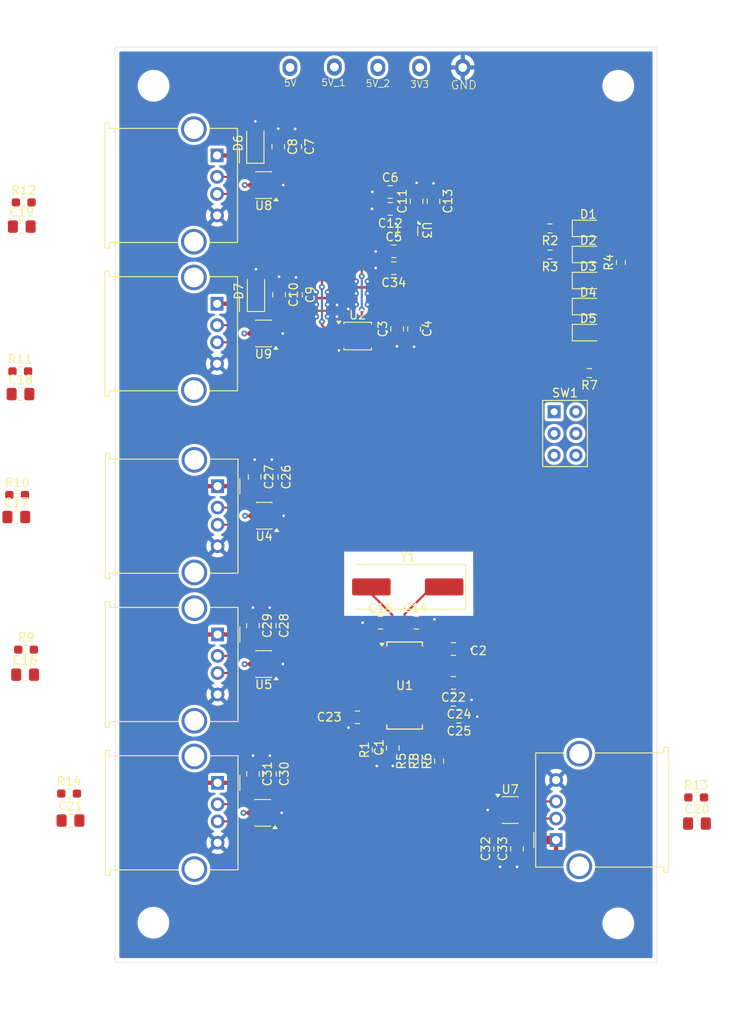
<source format=kicad_pcb>
(kicad_pcb (version 20241229) (generator "pcbnew") (generator_version "9.0")
  (layers (0 "F.Cu" signal) (2 "B.Cu" power) (13 "F.Paste" user) (15 "B.Paste" user) (5 "F.SilkS" user "F.Silkscreen") (7 "B.SilkS" user "B.Silkscreen") (1 "F.Mask" user) (3 "B.Mask" user) (25 "Edge.Cuts" user))
  (net 0 "")
  (net 4 "GND")
  (net 5 "Net-(U1-XOUT)")
  (net 6 "Net-(U1-XIN)")
  (net 7 "/3.3V")
  (net 8 "/LED_DRV")
  (net 9 "Net-(D1-K)")
  (net 10 "Net-(D2-K)")
  (net 11 "Net-(D5-A)")
  (net 12 "/1V8")
  (net 13 "Net-(J4-Shield)")
  (net 14 "/5V")
  (net 15 "Net-(U1-REXT)")
  (net 16 "/LED1")
  (net 17 "/LED2")
  (net 18 "/D1-")
  (net 19 "/D1+")
  (net 20 "/5V_1")
  (net 21 "/D2+")
  (net 22 "/D2-")
  (net 24 "/5V_2")
  (net 25 "Net-(R6-Pad2)")
  (net 26 "Net-(R7-Pad2)")
  (net 27 "/S_TS3USB")
  (net 28 "/VBUS")
  (net 29 "Net-(U1-~{XRSTJ})")
  (net 30 "Net-(U1-BUSJ)")
  (net 31 "Net-(J3-Shield)")
  (net 32 "Net-(J2-Shield)")
  (net 33 "Net-(J1-Shield)")
  (net 34 "Net-(J5-Shield)")
  (net 35 "Net-(J6-Shield)")
  (net 36 "/DIN4+")
  (net 37 "/DIN4-")
  (net 38 "/DIN3-")
  (net 39 "/DIN3+")
  (net 40 "/DIN2+")
  (net 41 "/DIN2-")
  (net 42 "/DIN1+")
  (net 43 "/DIN1-")
  (net 44 "/DINPC1-")
  (net 45 "/DINPC1+")
  (net 46 "/DINPC2-")
  (net 47 "/DINPC2+")
  (net 48 "/DSW-")
  (net 49 "/DSW+")
  (net 50 "/DPC2-")
  (net 51 "/DPC1-")
  (net 52 "/DPC2+")
  (net 53 "/DPC1+")
  (net 54 "/D4+")
  (net 55 "/D4-")
  (net 56 "/D3-")
  (net 57 "/D3+")
  (footprint "Capacitor_SMD:C_0805_2012Metric_Pad1.18x1.45mm_HandSolder" (layer "F.Cu") (at 76.05 68.875 90)
    (property "Reference" "C4")
    (property "Value" "1u")
  )
  (footprint "Capacitor_SMD:C_0805_2012Metric_Pad1.18x1.45mm_HandSolder" (layer "F.Cu") (at 73.6875 59.81)
    (property "Reference" "C5")
    (property "Value" "1u")
  )
  (footprint "Resistor_SMD:R_0603_1608Metric_Pad0.98x0.95mm_HandSolder" (layer "F.Cu") (at 30.7625 106.3)
    (property "Reference" "R9")
    (property "Value" "1M")
  )
  (footprint "Capacitor_SMD:C_0805_2012Metric_Pad1.18x1.45mm_HandSolder" (layer "F.Cu") (at 80.6448 110.1807 180)
    (property "Reference" "C22")
    (property "Value" "100n")
  )
  (footprint "Capacitor_SMD:C_0805_2012Metric_Pad1.18x1.45mm_HandSolder" (layer "F.Cu") (at 60.3 64.875 -90)
    (property "Reference" "C10")
    (property "Value" "100n")
  )
  (footprint "Capacitor_SMD:C_0805_2012Metric_Pad1.18x1.45mm_HandSolder" (layer "F.Cu") (at 76.35 53.96 90)
    (property "Reference" "C11")
    (property "Value" "100n")
  )
  (footprint "Package_TO_SOT_SMD:SOT-583-8" (layer "F.Cu") (at 75.325 57.335 -90)
    (property "Reference" "U3")
    (property "Value" "TPS2116DRL")
  )
  (footprint "MountingHole:MountingHole_3.2mm_M3" (layer "F.Cu") (at 45.6226 138.1718)
    (property "Reference" "REF**" (hide yes))
    (property "Value" "MountingHole_3.2mm_M3")
  )
  (footprint "Capacitor_SMD:C_0805_2012Metric_Pad1.18x1.45mm_HandSolder" (layer "F.Cu") (at 69.45 114.2)
    (property "Reference" "C23")
    (property "Value" "10u")
  )
  (footprint "Package_TO_SOT_SMD:SOT-23-6" (layer "F.Cu") (at 58.5 52.0875 180)
    (property "Reference" "U8")
    (property "Value" "USBLC6-2SC6")
  )
  (footprint "Capacitor_SMD:C_0805_2012Metric_Pad1.18x1.45mm_HandSolder" (layer "F.Cu") (at 81.3 114.125 180)
    (property "Reference" "C25")
    (property "Value" "10u")
  )
  (footprint "Capacitor_SMD:C_0805_2012Metric_Pad1.18x1.45mm_HandSolder" (layer "F.Cu") (at 30.2625 56.925)
    (property "Reference" "C19")
    (property "Value" "2n2")
  )
  (footprint "Diode_SMD:D_SMF" (layer "F.Cu") (at 57.525 47.175 90)
    (property "Reference" "D6")
    (property "Value" "SMF54A")
  )
  (footprint "Package_SO:VSSOP-10_3x3mm_P0.5mm" (layer "F.Cu") (at 69.475 69.7)
    (property "Reference" "U2")
    (property "Value" "TS3USB30EDGSR")
  )
  (footprint "Capacitor_SMD:C_0805_2012Metric_Pad1.18x1.45mm_HandSolder" (layer "F.Cu") (at 80.6448 106.2307 180)
    (property "Reference" "C2")
    (property "Value" "100n")
  )
  (footprint "Package_SO:SSOP-28_3.9x9.9mm_P0.635mm" (layer "F.Cu") (at 74.95 110.4875)
    (property "Reference" "U1")
    (property "Value" "FE1.1s")
  )
  (footprint "Resistor_SMD:R_0603_1608Metric_Pad0.98x0.95mm_HandSolder" (layer "F.Cu") (at 30.4875 54.1)
    (property "Reference" "R12")
    (property "Value" "1M")
  )
  (footprint "Capacitor_SMD:C_0805_2012Metric_Pad1.18x1.45mm_HandSolder" (layer "F.Cu") (at 76.3198 103.1557 180)
    (property "Reference" "C14")
    (property "Value" "22p")
  )
  (footprint "Capacitor_SMD:C_0805_2012Metric_Pad1.18x1.45mm_HandSolder" (layer "F.Cu") (at 72.1448 103.1557)
    (property "Reference" "C15")
    (property "Value" "22p")
  )
  (footprint "Capacitor_SMD:C_0805_2012Metric_Pad1.18x1.45mm_HandSolder" (layer "F.Cu") (at 62.275 64.875 -90)
    (property "Reference" "C9")
    (property "Value" "4u7")
  )
  (footprint "SOS:PIN_1_HEADER" (layer "F.Cu") (at 81.7372 38.354)
    (property "Reference" "REF**" (hide yes))
    (property "Value" "PIN_1_HEADER" (hide yes))
  )
  (footprint "Connector_USB:USB_A_Molex_67643_Horizontal" (layer "F.Cu") (at 53.1204 121.8428 -90)
    (property "Reference" "J3" (hide yes))
    (property "Value" "USB_A")
  )
  (footprint "Resistor_SMD:R_0603_1608Metric_Pad0.98x0.95mm_HandSolder" (layer "F.Cu") (at 35.7875 123.1)
    (property "Reference" "R14")
    (property "Value" "1M")
  )
  (footprint "Resistor_SMD:R_0603_1608Metric_Pad0.98x0.95mm_HandSolder" (layer "F.Cu") (at 76 119.3125 90)
    (property "Reference" "R5")
    (property "Value" "10k")
  )
  (footprint "Resistor_SMD:R_0603_1608Metric_Pad0.98x0.95mm_HandSolder" (layer "F.Cu") (at 78.975 119.3125 90)
    (property "Reference" "R6")
    (property "Value" "10k")
  )
  (footprint "Capacitor_SMD:C_0805_2012Metric_Pad1.18x1.45mm_HandSolder" (layer "F.Cu") (at 73.6875 61.785 180)
    (property "Reference" "C34")
    (property "Value" "100n")
  )
  (footprint "LED_SMD:LED_0805_2012Metric_Pad1.15x1.40mm_HandSolder" (layer "F.Cu") (at 96.384 60.1806)
    (property "Reference" "D2")
    (property "Value" "LED_P2")
  )
  (footprint "Capacitor_SMD:C_0805_2012Metric_Pad1.18x1.45mm_HandSolder" (layer "F.Cu") (at 73.275 54.86 180)
    (property "Reference" "C12")
    (property "Value" "100n")
  )
  (footprint "Capacitor_SMD:C_0805_2012Metric_Pad1.18x1.45mm_HandSolder" (layer "F.Cu") (at 73.275 52.885)
    (property "Reference" "C6")
    (property "Value" "1u")
  )
  (footprint "Connector_USB:USB_A_Molex_67643_Horizontal" (layer "F.Cu") (at 53.1204 104.5328 -90)
    (property "Reference" "J2" (hide yes))
    (property "Value" "USB_A")
  )
  (footprint "Package_TO_SOT_SMD:SOT-23-6" (layer "F.Cu") (at 58.375 125.35 180)
    (property "Reference" "U6" (hide yes))
    (property "Value" "USBLC6-2SC6")
  )
  (footprint "LED_SMD:LED_0805_2012Metric_Pad1.15x1.40mm_HandSolder" (layer "F.Cu") (at 96.384 63.2206)
    (property "Reference" "D3")
    (property "Value" "LED_P3")
  )
  (footprint "Resistor_SMD:R_0603_1608Metric_Pad0.98x0.95mm_HandSolder" (layer "F.Cu") (at 71.7 118 90)
    (property "Reference" "R1")
    (property "Value" "2.7k")
  )
  (footprint "Capacitor_SMD:C_0805_2012Metric_Pad1.18x1.45mm_HandSolder" (layer "F.Cu") (at 80.6448 112.1557 180)
    (property "Reference" "C24")
    (property "Value" "100n")
  )
  (footprint "SOS:PIN_1_HEADER" (layer "F.Cu") (at 66.7512 38.3032)
    (property "Reference" "REF**" (hide yes))
    (property "Value" "PIN_1_HEADER" (hide yes))
  )
  (footprint "Capacitor_SMD:C_0805_2012Metric_Pad1.18x1.45mm_HandSolder" (layer "F.Cu") (at 59.2 103.5 -90)
    (property "Reference" "C28")
    (property "Value" "4u7")
  )
  (footprint "Package_TO_SOT_SMD:SOT-23-6" (layer "F.Cu") (at 87.275 125.025)
    (property "Reference" "U7")
    (property "Value" "USBLC6-2SC6")
  )
  (footprint "Connector_USB:USB_A_Molex_67643_Horizontal" (layer "F.Cu") (at 53.1204 87.2228 -90)
    (property "Reference" "J1" (hide yes))
    (property "Value" "USB_A")
  )
  (footprint "LED_SMD:LED_0805_2012Metric_Pad1.15x1.40mm_HandSolder" (layer "F.Cu") (at 96.384 69.3006)
    (property "Reference" "D5")
    (property "Value" "LED_HUB")
  )
  (footprint "Package_TO_SOT_SMD:SOT-23-6" (layer "F.Cu") (at 58.475 69.4 180)
    (property "Reference" "U9")
    (property "Value" "USBLC6-2SC6")
  )
  (footprint "MountingHole:MountingHole_3.2mm_M3" (layer "F.Cu") (at 45.648 40.4918)
    (property "Reference" "REF**" (hide yes))
    (property "Value" "MountingHole_3.2mm_M3")
  )
  (footprint "Connector_USB:USB_A_Molex_67643_Horizontal" (layer "F.Cu") (at 92.6332 128.5188 90)
    (property "Reference" "J4" (hide yes))
    (property "Value" "USB_A")
  )
  (footprint "Connector_USB:USB_A_Molex_67643_Horizontal" (layer "F.Cu") (at 53.0612 48.6208 -90)
    (property "Reference" "J5" (hide yes))
    (property "Value" "USB_A")
  )
  (footprint "Capacitor_SMD:C_0805_2012Metric_Pad1.18x1.45mm_HandSolder" (layer "F.Cu") (at 78.325 53.96 -90)
    (property "Reference" "C13")
    (property "Value" "10u")
  )
  (footprint "Capacitor_SMD:C_0805_2012Metric_Pad1.18x1.45mm_HandSolder" (layer "F.Cu") (at 88.075 129.55 90)
    (property "Reference" "C33")
    (property "Value" "100n")
  )
  (footprint "Button_Switch_THT:SW_NKK_G1xJP" (layer "F.Cu") (at 92.4052 78.5368)
    (property "Reference" "SW1")
    (property "Value" "SW_Push_DPDT")
  )
  (footprint "Resistor_SMD:R_0603_1608Metric_Pad0.98x0.95mm_HandSolder" (layer "F.Cu") (at 77.5 119.3125 90)
    (property "Reference" "R8")
    (property "Value" "10k")
  )
  (footprint "Capacitor_SMD:C_0805_2012Metric_Pad1.18x1.45mm_HandSolder" (layer "F.Cu") (at 29.625 90.825)
    (property "Reference" "C17")
    (property "Value" "2n2")
  )
  (footprint "Capacitor_SMD:C_0805_2012Metric_Pad1.18x1.45mm_HandSolder" (layer "F.Cu") (at 30.65 109.225)
    (property "Reference" "C16")
    (property "Value" "2n2")
  )
  (footprint "Capacitor_SMD:C_0805_2012Metric_Pad1.18x1.45mm_HandSolder" (layer "F.Cu") (at 57.25 120.8 -90)
    (property "Reference" "C31")
    (property "Value" "100n")
  )
  (footprint "Resistor_SMD:R_0603_1608Metric_Pad0.98x0.95mm_HandSolder" (layer "F.Cu") (at 96.5219 74.0156 180)
    (property "Reference" "R7")
    (property "Value" "10k")
  )
  (footprint "Capacitor_SMD:C_0805_2012Metric_Pad1.18x1.45mm_HandSolder" (layer "F.Cu") (at 57.24 103.5 -90)
    (property "Reference" "C29")
    (property "Value" "100n")
  )
  (footprint "Capacitor_SMD:C_0805_2012Metric_Pad1.18x1.45mm_HandSolder" (layer "F.Cu") (at 86.1 129.55 90)
    (property "Reference" "C32")
    (property "Value" "4u7")
  )
  (footprint "Connector_USB:USB_A_Molex_67643_Horizontal" (layer "F.Cu") (at 53.0612 65.9308 -90)
    (property "Reference" "J6" (hide yes))
    (property "Value" "USB_A")
  )
  (footprint "Capacitor_SMD:C_0805_2012Metric_Pad1.18x1.45mm_HandSolder" (layer "F.Cu") (at 60.2 47.6 -90)
    (property "Reference" "C8")
    (property "Value" "100n")
  )
  (footprint "Package_TO_SOT_SMD:SOT-23-6" (layer "F.Cu") (at 58.5 107.9875 180)
    (property "Reference" "U5")
    (property "Value" "USBLC6-2SC6")
  )
  (footprint "Crystal:Crystal_SMD_HC49-SD" (layer "F.Cu") (at 75.3198 98.9807 180)
    (property "Reference" "Y1")
    (property "Value" "12MHz")
  )
  (footprint "Resistor_SMD:R_0603_1608Metric_Pad0.98x0.95mm_HandSolder" (layer "F.Cu") (at 100.203 61.1011 90)
    (property "Reference" "R4")
    (property "Value" "470-680")
  )
  (footprint "Resistor_SMD:R_0603_1608Metric_Pad0.98x0.95mm_HandSolder" (layer "F.Cu") (at 30.0875 73.825)
    (property "Reference" "R11")
    (property "Value" "1M")
  )
  (footprint "Diode_SMD:D_SMF" (layer "F.Cu") (at 57.6 64.475 90)
    (property "Reference" "D7")
    (property "Value" "SMF54A")
  )
  (footprint "SOS:PIN_1_HEADER" (layer "F.Cu") (at 76.708 38.354)
    (property "Reference" "REF**" (hide yes))
    (property "Value" "PIN_1_HEADER" (hide yes))
  )
  (footprint "Capacitor_SMD:C_0805_2012Metric_Pad1.18x1.45mm_HandSolder" (layer "F.Cu") (at 59.45 86.15 -90)
    (property "Reference" "C26")
    (property "Value" "4u7")
  )
  (footprint "MountingHole:MountingHole_3.2mm_M3" (layer "F.Cu") (at 99.894 138.248)
    (property "Reference" "REF**" (hide yes))
    (property "Value" "MountingHole_3.2mm_M3")
  )
  (footprint "Package_TO_SOT_SMD:SOT-23-6" (layer "F.Cu") (at 58.5625 90.675 180)
    (property "Reference" "U4")
    (property "Value" "USBLC6-2SC6")
  )
  (footprint "Capacitor_SMD:C_0805_2012Metric_Pad1.18x1.45mm_HandSolder" (layer "F.Cu") (at 73.575 117.775 90)
    (property "Reference" "C1")
    (property "Value" "10u")
  )
  (footprint "Capacitor_SMD:C_0805_2012Metric_Pad1.18x1.45mm_HandSolder" (layer "F.Cu") (at 59.225 120.8 -90)
    (property "Reference" "C30")
    (property "Value" "4u7")
  )
  (footprint "LED_SMD:LED_0805_2012Metric_Pad1.15x1.40mm_HandSolder" (layer "F.Cu") (at 96.384 66.2606)
    (property "Reference" "D4")
    (property "Value" "LED_P4")
  )
  (footprint "Capacitor_SMD:C_0805_2012Metric_Pad1.18x1.45mm_HandSolder" (layer "F.Cu") (at 62.175 47.6 -90)
    (property "Reference" "C7")
    (property "Value" "4u7")
  )
  (footprint "Resistor_SMD:R_0603_1608Metric_Pad0.98x0.95mm_HandSolder" (layer "F.Cu") (at 29.725 88.25)
    (property "Reference" "R10")
    (property "Value" "1M")
  )
  (footprint "Capacitor_SMD:C_0805_2012Metric_Pad1.18x1.45mm_HandSolder" (layer "F.Cu") (at 30.1125 76.475)
    (property "Reference" "C18")
    (property "Value" "2n2")
  )
  (footprint "LED_SMD:LED_0805_2012Metric_Pad1.15x1.40mm_HandSolder" (layer "F.Cu") (at 96.384 57.1406)
    (property "Reference" "D1")
    (property "Value" "LED_P1")
  )
  (footprint "Resistor_SMD:R_0603_1608Metric_Pad0.98x0.95mm_HandSolder" (layer "F.Cu") (at 91.9245 57.1406 180)
    (property "Reference" "R2")
    (property "Value" "470-680")
  )
  (footprint "Resistor_SMD:R_0603_1608Metric_Pad0.98x0.95mm_HandSolder" (layer "F.Cu") (at 91.9245 60.1886 180)
    (property "Reference" "R3")
    (property "Value" "470-680")
  )
  (footprint "MountingHole:MountingHole_3.2mm_M3" (layer "F.Cu") (at 99.894 40.4918)
    (property "Reference" "REF**" (hide yes))
    (property "Value" "MountingHole_3.2mm_M3")
  )
  (footprint "Capacitor_SMD:C_0805_2012Metric_Pad1.18x1.45mm_HandSolder" (layer "F.Cu") (at 57.44 86.15 -90)
    (property "Reference" "C27")
    (property "Value" "100n")
  )
  (footprint "SOS:PIN_1_HEADER" (layer "F.Cu") (at 71.8312 38.354)
    (property "Reference" "REF**" (hide yes))
    (property "Value" "PIN_1_HEADER" (hide yes))
  )
  (footprint "Capacitor_SMD:C_0805_2012Metric_Pad1.18x1.45mm_HandSolder" (layer "F.Cu") (at 35.95 126.25)
    (property "Reference" "C21")
    (property "Value" "2n2")
  )
  (footprint "Capacitor_SMD:C_0805_2012Metric_Pad1.18x1.45mm_HandSolder" (layer "F.Cu") (at 109.075 126.6)
    (property "Reference" "C20")
    (property "Value" "2n2")
  )
  (footprint "SOS:PIN_1_HEADER" (layer "F.Cu") (at 61.5696 38.354)
    (property "Reference" "REF**" (hide yes))
    (property "Value" "PIN_1_HEADER" (hide yes))
  )
  (footprint "Capacitor_SMD:C_0805_2012Metric_Pad1.18x1.45mm_HandSolder" (layer "F.Cu") (at 74.075 68.875 90)
    (property "Reference" "C3")
    (property "Value" "100n")
  )
  (footprint "Resistor_SMD:R_0603_1608Metric_Pad0.98x0.95mm_HandSolder" (layer "F.Cu") (at 108.9875 123.55)
    (property "Reference" "R13")
    (property "Value" "1M")
  )
  (gr_rect (start 41.146 35.9848) (end 104.396 142.7988) (stroke (width 0.05)) (fill no) (layer "Edge.Cuts"))
  (segment (start 59.45 85.1125) (end 59.45 84.125) (width 0.5) (layer "F.Cu") (net 4))
  (segment (start 71.1073 103.1557) (end 70.0448 103.1557) (width 0.25) (layer "F.Cu") (net 4))
  (segment (start 62.275 63.8375) (end 62.275 62.85) (width 0.5) (layer "F.Cu") (net 4))
  (segment (start 72.875 69.2) (end 73.3625 69.2) (width 0.3) (layer "F.Cu") (net 4))
  (segment (start 77.3573 103.1557) (end 77.7573 102.7557) (width 0.25) (layer "F.Cu") (net 4))
  (segment (start 78.325 52.9225) (end 78.325 51.875) (width 0.5) (layer "F.Cu") (net 4))
  (segment (start 72.65 59.81) (end 71.59 59.81) (width 0.5) (layer "F.Cu") (net 4))
  (segment (start 88.075 130.5875) (end 88.075 131.65) (width 0.5) (layer "F.Cu") (net 4))
  (segment (start 60.3 63.8375) (end 58.4125 63.8375) (width 0.5) (layer "F.Cu") (net 4))
  (segment (start 67.275 70.7) (end 67.275 71.375) (width 0.25) (layer "F.Cu") (net 4))
  (segment (start 57.525 45.725) (end 57.525 44.65) (width 0.5) (layer "F.Cu") (net 4))
  (segment (start 74.575 58.075) (end 73.94 58.075) (width 0.25) (layer "F.Cu") (net 4))
  (segment (start 72.2375 52.885) (end 71.185 52.885) (width 0.5) (layer "F.Cu") (net 4))
  (segment (start 57.25 119.7625) (end 57.25 118.675) (width 0.5) (layer "F.Cu") (net 4))
  (segment (start 72.2375 54.86) (end 71.16 54.86) (width 0.5) (layer "F.Cu") (net 4))
  (segment (start 68.4125 115.3875) (end 68.4 115.4) (width 0.5) (layer "F.Cu") (net 4))
  (segment (start 71.675 69.2) (end 72.875 69.2) (width 0.3) (layer "F.Cu") (net 4))
  (segment (start 57.6 63.025) (end 57.6 61.9) (width 0.5) (layer "F.Cu") (net 4))
  (segment (start 76.685 56.595) (end 76.7 56.61) (width 0.25) (layer "F.Cu") (net 4))
  (segment (start 60.7375 107.9875) (end 60.75 107.975) (width 0.3) (layer "F.Cu") (net 4))
  (segment (start 72.65 61.785) (end 72.65 59.81) (width 0.5) (layer "F.Cu") (net 4))
  (segment (start 62.175 46.5625) (end 62.175 45.525) (width 0.5) (layer "F.Cu") (net 4))
  (segment (start 57.24 101.41) (end 57.25 101.4) (width 0.5) (layer "F.Cu") (net 4))
  (segment (start 81.6823 112.1557) (end 82.7698 112.1557) (width 0.5) (layer "F.Cu") (net 4))
  (segment (start 74.575 56.595) (end 73.935 56.595) (width 0.25) (layer "F.Cu") (net 4))
  (segment (start 57.44 84.135) (end 57.45 84.125) (width 0.5) (layer "F.Cu") (net 4))
  (segment (start 71.16 54.86) (end 71.15 54.85) (width 0.5) (layer "F.Cu") (net 4))
  (segment (start 86.1375 125.025) (end 84.65 125.025) (width 0.5) (layer "F.Cu") (net 4))
  (segment (start 59.5125 125.35) (end 60.607664 125.350001) (width 0.3) (layer "F.Cu") (net 4))
  (segment (start 71.61 61.785) (end 71.575 61.75) (width 0.5) (layer "F.Cu") (net 4))
  (segment (start 76.35 52.9225) (end 78.325 52.9225) (width 0.5) (layer "F.Cu") (net 4))
  (segment (start 58.3625 46.5625) (end 57.525 45.725) (width 0.5) (layer "F.Cu") (net 4))
  (segment (start 72.2375 54.86) (end 72.2375 52.885) (width 0.5) (layer "F.Cu") (net 4))
  (segment (start 77.7573 102.7557) (end 78.4448 102.7557) (width 0.25) (layer "F.Cu") (net 4))
  (segment (start 68.4125 114.2) (end 68.4125 115.3875) (width 0.5) (layer "F.Cu") (net 4))
  (segment (start 76.075 56.595) (end 76.685 56.595) (width 0.25) (layer "F.Cu") (net 4))
  (segment (start 76.05 69.9125) (end 76.05 70.95) (width 0.3) (layer "F.Cu") (net 4))
  (segment (start 59.6125 69.4) (end 60.725 69.4) (width 0.3) (layer "F.Cu") (net 4))
  (segment (start 74.075 69.9125) (end 76.05 69.9125) (width 0.5) (layer "F.Cu") (net 4))
  (segment (start 76.35 52.9225) (end 76.35 51.825) (width 0.5) (layer "F.Cu") (net 4))
  (segment (start 59.6375 52.0875) (end 60.7625 52.0875) (width 0.3) (layer "F.Cu") (net 4))
  (segment (start 59.7 90.675) (end 60.825 90.675) (width 0.3) (layer "F.Cu") (net 4))
  (segment (start 72.65 61.785) (end 71.61 61.785) (width 0.5) (layer "F.Cu") (net 4))
  (segment (start 73.3625 69.2) (end 74.075 69.9125) (width 0.3) (layer "F.Cu") (net 4))
  (segment (start 57.44 85.1125) (end 57.44 84.135) (width 0.5) (layer "F.Cu") (net 4))
  (segment (start 86.1 130.5875) (end 86.1 131.65) (width 0.5) (layer "F.Cu") (net 4))
  (segment (start 59.225 119.7625) (end 59.225 118.675) (width 0.5) (layer "F.Cu") (net 4))
  (segment (start 74.075 70.875) (end 74.05 70.9) (width 0.3) (layer "F.Cu") (net 4))
  (segment (start 71.7 118.9125) (end 71.7 119.875) (width 0.5) (layer "F.Cu") (net 4))
  (segment (start 73.935 56.595) (end 73.925 56.585) (width 0.25) (layer "F.Cu") (net 4))
  (segment (start 62.175 46.5625) (end 60.2 46.5625) (width 0.5) (layer "F.Cu") (net 4))
  (segment (start 81.6823 106.2307) (end 82.7698 106.2307) (width 0.5) (layer "F.Cu") (net 4))
  (segment (start 71.59 59.81) (end 71.575 59.825) (width 0.5) (layer "F.Cu") (net 4))
  (segment (start 58.4125 63.8375) (end 57.6 63.025) (width 0.5) (layer "F.Cu") (net 4))
  (segment (start 71.185 52.885) (end 71.175 52.875) (width 0.5) (layer "F.Cu") (net 4))
  (segment (start 59.6375 107.9875) (end 60.7375 107.9875) (width 0.3) (layer "F.Cu") (net 4))
  (segment (start 62.275 63.8375) (end 60.3 63.8375) (width 0.5) (layer "F.Cu") (net 4))
  (segment (start 82.3375 114.125) (end 83.425 114.125) (width 0.5) (layer "F.Cu") (net 4))
  (segment (start 60.2 46.5625) (end 60.2 45.5) (width 0.5) (layer "F.Cu") (net 4))
  (segment (start 73.94 58.075) (end 73.925 58.06) (width 0.25) (layer "F.Cu") (net 4))
  (segment (start 74.075 69.9125) (end 74.075 70.875) (width 0.3) (layer "F.Cu") (net 4))
  (segment (start 73.575 118.8125) (end 73.575 119.875) (width 0.5) (layer "F.Cu") (net 4))
  (segment (start 60.3 63.8375) (end 60.3 62.775) (width 0.5) (layer "F.Cu") (net 4))
  (segment (start 59.2 102.4625) (end 59.2 101.4) (width 0.5) (layer "F.Cu") (net 4))
  (segment (start 60.7625 52.0875) (end 60.775 52.075) (width 0.3) (layer "F.Cu") (net 4))
  (segment (start 57.24 102.4625) (end 57.24 101.41) (width 0.5) (layer "F.Cu") (net 4))
  (segment (start 60.2 46.5625) (end 58.3625 46.5625) (width 0.5) (layer "F.Cu") (net 4))
  (via (at 67.05 67.425) (size 0.7) (drill 0.3) (layers "F.Cu" "B.Cu") (net 4))
  (via (at 86.1 131.65) (size 0.7) (drill 0.3) (layers "F.Cu" "B.Cu") (net 4))
  (via (at 73.575 119.875) (size 0.7) (drill 0.3) (layers "F.Cu" "B.Cu") (net 4))
  (via (at 59.225 118.675) (size 0.7) (drill 0.3) (layers "F.Cu" "B.Cu") (net 4))
  (via (at 71.15 54.85) (size 0.7) (drill 0.3) (layers "F.Cu" "B.Cu") (net 4))
  (via (at 57.6 61.9) (size 0.7) (drill 0.3) (layers "F.Cu" "B.Cu") (net 4))
  (via (at 65.975 67.425) (size 0.7) (drill 0.3) (layers "F.Cu" "B.Cu") (net 4))
  (via (at 84.65 125.025) (size 0.6) (drill 0.3) (layers "F.Cu" "B.Cu") (net 4))
  (via (at 71.575 61.75) (size 0.7) (drill 0.3) (layers "F.Cu" "B.Cu") (net 4))
  (via (at 69.275 66.025) (size 0.7) (drill 0.3) (layers "F.Cu" "B.Cu") (net 4))
  (via (at 57.25 101.4) (size 0.7) (drill 0.3) (layers "F.Cu" "B.Cu") (net 4))
  (via (at 70.625 66.025) (size 0.7) (drill 0.3) (layers "F.Cu" "B.Cu") (net 4))
  (via (at 71.7 119.875) (size 0.7) (drill 0.3) (layers "F.Cu" "B.Cu") (net 4))
  (via (at 64.625 67.425) (size 0.7) (drill 0.3) (layers "F.Cu" "B.Cu") (net 4))
  (via (at 59.2 101.4) (size 0.7) (drill 0.3) (layers "F.Cu" "B.Cu") (net 4))
  (via (at 57.525 44.65) (size 0.7) (drill 0.3) (layers "F.Cu" "B.Cu") (net 4))
  (via (at 70.0448 103.1557) (size 0.7) (drill 0.3) (layers "F.Cu" "B.Cu") (net 4))
  (via (at 64.625 66.025) (size 0.7) (drill 0.3) (layers "F.Cu" "B.Cu") (net 4))
  (via (at 64.625 64.575) (size 0.7) (drill 0.3) (layers "F.Cu" "B.Cu") (net 4))
  (via (at 78.325 51.875) (size 0.7) (drill 0.3) (layers "F.Cu" "B.Cu") (net 4))
  (via (at 68.374418 66.544822) (size 0.7) (drill 0.3) (layers "F.Cu" "B.Cu") (net 4))
  (via (at 73.925 58.06) (size 0.7) (drill 0.3) (layers "F.Cu" "B.Cu") (net 4))
  (via (at 57.25 118.675) (size 0.7) (drill 0.3) (layers "F.Cu" "B.Cu") (net 4))
  (via (at 62.175 45.525) (size 0.7) (drill 0.3) (layers "F.Cu" "B.Cu") (net 4))
  (via (at 82.7698 112.1557) (size 0.7) (drill 0.3) (layers "F.Cu" "B.Cu") (net 4))
  (via (at 74.05 70.9) (size 0.7) (drill 0.3) (layers "F.Cu" "B.Cu") (net 4))
  (via (at 65.975 66.025) (size 0.7) (drill 0.3) (layers "F.Cu" "B.Cu") (net 4))
  (via (at 71.175 52.875) (size 0.7) (drill 0.3) (layers "F.Cu" "B.Cu") (net 4))
  (via (at 67.051651 66.075) (size 0.7) (drill 0.3) (layers "F.Cu" "B.Cu") (net 4))
  (via (at 68.4 115.4) (size 0.7) (drill 0.3) (layers "F.Cu" "B.Cu") (net 4))
  (via (at 71.575 59.825) (size 0.7) (drill 0.3) (layers "F.Cu" "B.Cu") (net 4))
  (via (at 65.975 64.575) (size 0.7) (drill 0.3) (layers "F.Cu" "B.Cu") (net 4))
  (via (at 88.075 131.65) (size 0.7) (drill 0.3) (layers "F.Cu" "B.Cu") (net 4))
  (via (at 67.275 71.375) (size 0.7) (drill 0.3) (layers "F.Cu" "B.Cu") (net 4))
  (via (at 76.35 51.825) (size 0.7) (drill 0.3) (layers "F.Cu" "B.Cu") (net 4))
  (via (at 70.625 63.325) (size 0.7) (drill 0.3) (layers "F.Cu" "B.Cu") (net 4))
  (via (at 69.275 63.325) (size 0.7) (drill 0.3) (layers "F.Cu" "B.Cu") (net 4))
  (via (at 83.425 114.125) (size 0.7) (drill 0.3) (layers "F.Cu" "B.Cu") (net 4))
  (via (at 59.45 84.125) (size 0.7) (drill 0.3) (layers "F.Cu" "B.Cu") (net 4))
  (via (at 78.4448 102.7557) (size 0.7) (drill 0.3) (layers "F.Cu" "B.Cu") (net 4))
  (via (at 82.7698 106.2307) (size 0.7) (drill 0.3) (layers "F.Cu" "B.Cu") (net 4))
  (via (at 76.05 70.95) (size 0.7) (drill 0.3) (layers "F.Cu" "B.Cu") (net 4))
  (via (at 60.825 90.675) (size 0.7) (drill 0.3) (layers "F.Cu" "B.Cu") (net 4))
  (via (at 60.3 62.775) (size 0.7) (drill 0.3) (layers "F.Cu" "B.Cu") (net 4))
  (via (at 73.925 56.585) (size 0.7) (drill 0.3) (layers "F.Cu" "B.Cu") (net 4))
  (via (at 62.275 62.85) (size 0.7) (drill 0.3) (layers "F.Cu" "B.Cu") (net 4))
  (via (at 57.45 84.125) (size 0.7) (drill 0.3) (layers "F.Cu" "B.Cu") (net 4))
  (via (at 60.725 69.4) (size 0.7) (drill 0.3) (layers "F.Cu" "B.Cu") (net 4))
  (via (at 60.2 45.5) (size 0.7) (drill 0.3) (layers "F.Cu" "B.Cu") (net 4))
  (via (at 60.607664 125.350001) (size 0.7) (drill 0.3) (layers "F.Cu" "B.Cu") (net 4))
  (via (at 70.625 64.725) (size 0.7) (drill 0.3) (layers "F.Cu" "B.Cu") (net 4))
  (via (at 60.775 52.075) (size 0.7) (drill 0.3) (layers "F.Cu" "B.Cu") (net 4))
  (via (at 76.7 56.61) (size 0.7) (drill 0.3) (layers "F.Cu" "B.Cu") (net 4))
  (via (at 60.75 107.975) (size 0.7) (drill 0.3) (layers "F.Cu" "B.Cu") (net 4))
  (via (at 69.275 64.725) (size 0.7) (drill 0.3) (layers "F.Cu" "B.Cu") (net 4))
  (via (at 72.875 69.2) (size 0.7) (drill 0.3) (layers "F.Cu" "B.Cu") (net 4))
  (segment (start 73.2 106.995) (end 73.5073 106.6877) (width 0.25) (layer "F.Cu") (net 5))
  (segment (start 71.0698 99.8057) (end 71.0698 98.9807) (width 0.25) (layer "F.Cu") (net 5))
  (segment (start 73.5073 102.2432) (end 71.0698 99.8057) (width 0.25) (layer "F.Cu") (net 5))
  (segment (start 73.5073 106.6877) (end 73.5073 102.2432) (width 0.25) (layer "F.Cu") (net 5))
  (segment (start 72.35 106.995) (end 73.2 106.995) (width 0.25) (layer "F.Cu") (net 5))
  (segment (start 74.9448 102.1807) (end 78.1448 98.9807) (width 0.25) (layer "F.Cu") (net 6))
  (segment (start 72.35 107.63) (end 74.5455 107.63) (width 0.25) (layer "F.Cu") (net 6))
  (segment (start 74.9448 107.2307) (end 74.9448 102.1807) (width 0.25) (layer "F.Cu") (net 6))
  (segment (start 78.1448 98.9807) (end 79.5698 98.9807) (width 0.25) (layer "F.Cu") (net 6))
  (segment (start 74.5455 107.63) (end 74.9448 107.2307) (width 0.25) (layer "F.Cu") (net 6))
  (segment (start 77.55 110.805) (end 78.983 110.805) (width 0.25) (layer "F.Cu") (net 7))
  (segment (start 78.983 110.805) (end 79.6073 110.1807) (width 0.25) (layer "F.Cu") (net 7))
  (segment (start 73.575 116.7375) (end 73.575 114.0095) (width 0.25) (layer "F.Cu") (net 7))
  (segment (start 73.575 114.0095) (end 73.5455 113.98) (width 0.25) (layer "F.Cu") (net 7))
  (segment (start 72.5375 67.8375) (end 71.675 68.7) (width 0.3) (layer "F.Cu") (net 7))
  (segment (start 74.075 67.8375) (end 72.5375 67.8375) (width 0.3) (layer "F.Cu") (net 7))
  (segment (start 77.55 110.805) (end 76.7205 110.805) (width 0.25) (layer "F.Cu") (net 7))
  (segment (start 73.5455 113.98) (end 72.35 113.98) (width 0.25) (layer "F.Cu") (net 7))
  (segment (start 76.05 67.8375) (end 74.075 67.8375) (width 0.5) (layer "F.Cu") (net 7))
  (segment (start 76.7205 110.805) (end 73.5455 113.98) (width 0.25) (layer "F.Cu") (net 7))
  (segment (start 75.7698 107.3232) (end 76.733 106.36) (width 0.25) (layer "F.Cu") (net 12))
  (segment (start 72.35 113.345) (end 73.2 113.345) (width 0.25) (layer "F.Cu") (net 12))
  (segment (start 77.55 106.36) (end 79.478 106.36) (width 0.3) (layer "F.Cu") (net 12))
  (segment (start 75.7698 110.7752) (end 75.7698 107.3232) (width 0.25) (layer "F.Cu") (net 12))
  (segment (start 76.733 106.36) (end 77.55 106.36) (width 0.25) (layer "F.Cu") (net 12))
  (segment (start 71.3425 113.345) (end 70.4875 114.2) (width 0.25) (layer "F.Cu") (net 12))
  (segment (start 72.35 113.345) (end 71.3425 113.345) (width 0.25) (layer "F.Cu") (net 12))
  (segment (start 73.2 113.345) (end 75.7698 110.7752) (width 0.25) (layer "F.Cu") (net 12))
  (segment (start 49.6172 104.5328) (end 49.4078 104.5328) (width 0.5) (layer "F.Cu") (net 14))
  (segment (start 57.24 104.5375) (end 59.2 104.5375) (width 0.5) (layer "F.Cu") (net 14))
  (segment (start 88.0813 128.5188) (end 88.075 128.5125) (width 1) (layer "F.Cu") (net 14))
  (segment (start 46.8 124.85) (end 49.8072 121.8428) (width 0.5) (layer "F.Cu") (net 14))
  (segment (start 87.475 135.2) (end 54.425 135.2) (width 0.5) (layer "F.Cu") (net 14))
  (segment (start 49.5178 121.8428) (end 46.375 118.7) (width 0.5) (layer "F.Cu") (net 14))
  (segment (start 78.325 54.9975) (end 76.35 54.9975) (width 0.5) (layer "F.Cu") (net 14))
  (segment (start 79.5916 112.14) (end 79.6073 112.1557) (width 0.3) (layer "F.Cu") (net 14))
  (segment (start 75.575 56.595) (end 75.575 56.135) (width 0.25) (layer "F.Cu") (net 14))
  (segment (start 53.1204 104.5328) (end 57.2353 104.5328) (width 0.5) (layer "F.Cu") (net 14))
  (segment (start 57.2375 125.35) (end 56.142336 125.350001) (width 0.3) (layer "F.Cu") (net 14))
  (segment (start 75.575 58.075) (end 75.575 56.595) (width 0.25) (layer "F.Cu") (net 14))
  (segment (start 57.3625 107.9875) (end 56.267336 107.987499) (width 0.3) (layer "F.Cu") (net 14))
  (segment (start 80.2625 114.125) (end 80.2625 113.4375) (width 0.5) (layer "F.Cu") (net 14))
  (segment (start 53.1204 121.8428) (end 57.2447 121.8428) (width 0.5) (layer "F.Cu") (net 14))
  (segment (start 46.375 107.775) (end 49.6172 104.5328) (width 0.5) (layer "F.Cu") (net 14))
  (segment (start 92.6332 128.5188) (end 92.6332 130.0418) (width 0.5) (layer "F.Cu") (net 14))
  (segment (start 77.55 111.44) (end 78.8916 111.44) (width 0.25) (layer "F.Cu") (net 14))
  (segment (start 49.8072 121.8428) (end 53.1204 121.8428) (width 0.5) (layer "F.Cu") (net 14))
  (segment (start 92.6332 130.0418) (end 89.05 133.625) (width 0.5) (layer "F.Cu") (net 14))
  (segment (start 76.35 55.36) (end 76.35 54.9975) (width 0.25) (layer "F.Cu") (net 14))
  (segment (start 78.8916 111.44) (end 79.6073 112.1557) (width 0.25) (layer "F.Cu") (net 14))
  (segment (start 45.95 90.55) (end 49.2772 87.2228) (width 0.5) (layer "F.Cu") (net 14))
  (segment (start 57.2353 104.5328) (end 57.24 104.5375) (width 0.5) (layer "F.Cu") (net 14))
  (segment (start 92.4352 128.3208) (end 92.6332 128.5188) (width 0.5) (layer "F.Cu") (net 14))
  (segment (start 45.95 101.075) (end 45.95 90.55) (width 0.5) (layer "F.Cu") (net 14))
  (segment (start 47.025 133.375) (end 46.8 133.15) (width 0.5) (layer "F.Cu") (net 14))
  (segment (start 75.575 56.135) (end 76.35 55.36) (width 0.25) (layer "F.Cu") (net 14))
  (segment (start 89.05 133.625) (end 87.475 135.2) (width 0.5) (layer "F.Cu") (net 14))
  (segment (start 59.4147 87.2228) (end 59.45 87.1875) (width 0.5) (layer "F.Cu") (net 14))
  (segment (start 49.2772 87.2228) (end 53.1204 87.2228) (width 0.5) (layer "F.Cu") (net 14))
  (segment (start 49.6172 104.5328) (end 53.1204 104.5328) (width 0.5) (layer "F.Cu") (net 14))
  (segment (start 57.2447 121.8428) (end 57.25 121.8375) (width 0.5) (layer "F.Cu") (net 14))
  (segment (start 49.4078 104.5328) (end 45.95 101.075) (width 0.5) (layer "F.Cu") (net 14))
  (segment (start 79.6073 112.7823) (end 79.6073 112.1557) (width 0.5) (layer "F.Cu") (net 14))
  (segment (start 46.8 133.075) (end 46.8 124.85) (width 0.5) (layer "F.Cu") (net 14))
  (segment (start 80.2625 113.4375) (end 79.6073 112.7823) (width 0.5) (layer "F.Cu") (net 14))
  (segment (start 54.425 135.2) (end 48.85 135.2) (width 0.5) (layer "F.Cu") (net 14))
  (segment (start 57.25 121.8375) (end 59.225 121.8375) (width 0.5) (layer "F.Cu") (net 14))
  (segment (start 48.85 135.2) (end 47.025 133.375) (width 0.5) (layer "F.Cu") (net 14))
  (segment (start 57.25 121.8375) (end 57.6 121.8375) (width 0.5) (layer "F.Cu") (net 14))
  (segment (start 46.8 133.15) (end 46.8 133.075) (width 0.5) (layer "F.Cu") (net 14))
  (segment (start 49.8072 121.8428) (end 49.5178 121.8428) (width 0.5) (layer "F.Cu") (net 14))
  (segment (start 92.6332 128.5188) (end 88.0813 128.5188) (width 1) (layer "F.Cu") (net 14))
  (segment (start 88.075 128.5125) (end 86.1 128.5125) (width 1) (layer "F.Cu") (net 14))
  (segment (start 46.375 118.7) (end 46.375 107.775) (width 0.5) (layer "F.Cu") (net 14))
  (segment (start 53.1204 87.2228) (end 59.4147 87.2228) (width 0.5) (layer "F.Cu") (net 14))
  (segment (start 57.425 90.675) (end 56.329836 90.675001) (width 0.3) (layer "F.Cu") (net 14))
  (via (at 56.267336 107.987499) (size 0.7) (drill 0.3) (layers "F.Cu" "B.Cu") (net 14))
  (via (at 56.329836 90.675001) (size 0.7) (drill 0.3) (layers "F.Cu" "B.Cu") (net 14))
  (via (at 56.142336 125.350001) (size 0.7) (drill 0.3) (layers "F.Cu" "B.Cu") (net 14))
  (segment (start 69.7 112.225) (end 66.75 112.225) (width 0.25) (layer "F.Cu") (net 18))
  (segment (start 66.05 117.375) (end 74.65 125.975) (width 0.25) (layer "F.Cu") (net 18))
  (segment (start 69.85 112.075) (end 69.7 112.225) (width 0.25) (layer "F.Cu") (net 18))
  (segment (start 72.35 112.075) (end 69.85 112.075) (width 0.25) (layer "F.Cu") (net 18))
  (segment (start 66.75 112.225) (end 66.05 112.925) (width 0.25) (layer "F.Cu") (net 18))
  (segment (start 74.65 125.975) (end 86.1375 125.975) (width 0.25) (layer "F.Cu") (net 18))
  (segment (start 66.05 112.925) (end 66.05 117.375) (width 0.25) (layer "F.Cu") (net 18))
  (segment (start 67.375 112.975) (end 67.075 113.275) (width 0.25) (layer "F.Cu") (net 19))
  (segment (start 78.579 122.420963) (end 78.955 122.420963) (width 0.25) (layer "F.Cu") (net 19))
  (segment (start 67.075 113.275) (end 67.075 116.8) (width 0.25) (layer "F.Cu") (net 19))
  (segment (start 77.827 123.323) (end 77.827 123.172963) (width 0.25) (layer "F.Cu") (net 19))
  (segment (start 74.35 124.075) (end 77.075 124.075) (width 0.25) (layer "F.Cu") (net 19))
  (segment (start 67.075 116.8) (end 74.35 124.075) (width 0.25) (layer "F.Cu") (net 19))
  (segment (start 82.066392 124.075) (end 82.762 124.075) (width 0.25) (layer "F.Cu") (net 19))
  (segment (start 72.35 112.71) (end 70.665 112.71) (width 0.25) (layer "F.Cu") (net 19))
  (segment (start 82.762 124.075) (end 83 124.075) (width 0.25) (layer "F.Cu") (net 19))
  (segment (start 79.707 124.075) (end 79.707 124.554392) (width 0.25) (layer "F.Cu") (net 19))
  (segment (start 79.707 123.323) (end 79.707 124.075) (width 0.25) (layer "F.Cu") (net 19))
  (segment (start 80.186392 125.033784) (end 81.107608 125.033784) (width 0.25) (layer "F.Cu") (net 19))
  (segment (start 83 124.075) (end 86.1375 124.075) (width 0.25) (layer "F.Cu") (net 19))
  (segment (start 70.4 112.975) (end 67.375 112.975) (width 0.25) (layer "F.Cu") (net 19))
  (segment (start 70.665 112.71) (end 70.4 112.975) (width 0.25) (layer "F.Cu") (net 19))
  (segment (start 79.707 123.172963) (end 79.707 123.323) (width 0.25) (layer "F.Cu") (net 19))
  (arc (start 81.107608 125.033784) (mid 81.446589 124.893373) (end 81.587 124.554392) (width 0.25) (layer "F.Cu") (net 19))
  (arc (start 79.707 124.554392) (mid 79.847411 124.893373) (end 80.186392 125.033784) (width 0.25) (layer "F.Cu") (net 19))
  (arc (start 78.955 122.420963) (mid 79.486744 122.641219) (end 79.707 123.172963) (width 0.25) (layer "F.Cu") (net 19))
  (arc (start 77.827 123.172963) (mid 78.047256 122.641219) (end 78.579 122.420963) (width 0.25) (layer "F.Cu") (net 19))
  (arc (start 81.587 124.554392) (mid 81.727411 124.215411) (end 82.066392 124.075) (width 0.25) (layer "F.Cu") (net 19))
  (arc (start 77.075 124.075) (mid 77.606744 123.854744) (end 77.827 123.323) (width 0.25) (layer "F.Cu") (net 19))
  (segment (start 72.4125 48.6375) (end 74.3125 50.5375) (width 0.3) (layer "F.Cu") (net 20))
  (segment (start 74.3125 52.885) (end 74.3125 54.86) (width 0.5) (layer "F.Cu") (net 20))
  (segment (start 57.525 48.625) (end 60.1875 48.625) (width 0.5) (layer "F.Cu") (net 20))
  (segment (start 74.3125 50.5375) (end 74.3125 52.885) (width 0.3) (layer "F.Cu") (net 20))
  (segment (start 57.5208 48.6208) (end 57.525 48.625) (width 0.5) (layer "F.Cu") (net 20))
  (segment (start 74.3125 55.3725) (end 74.3125 54.86) (width 0.25) (layer "F.Cu") (net 20))
  (segment (start 62.175 48.6375) (end 72.4125 48.6375) (width 0.3) (layer "F.Cu") (net 20))
  (segment (start 60.2 48.6375) (end 62.175 48.6375) (width 0.5) (layer "F.Cu") (net 20))
  (segment (start 75.075 56.595) (end 75.075 56.135) (width 0.25) (layer "F.Cu") (net 20))
  (segment (start 53.0612 48.6208) (end 57.5208 48.6208) (width 0.5) (layer "F.Cu") (net 20))
  (segment (start 56.3125 52.0875) (end 56.3 52.075) (width 0.3) (layer "F.Cu") (net 20))
  (segment (start 57.3625 52.0875) (end 56.3125 52.0875) (width 0.3) (layer "F.Cu") (net 20))
  (segment (start 75.075 56.135) (end 74.3125 55.3725) (width 0.25) (layer "F.Cu") (net 20))
  (segment (start 60.1875 48.625) (end 60.2 48.6375) (width 0.5) (layer "F.Cu") (net 20))
  (via (at 56.3 52.075) (size 0.7) (drill 0.3) (layers "F.Cu" "B.Cu") (net 20))
  (segment (start 66.825 111.075) (end 66.175 111.075) (width 0.25) (layer "F.Cu") (net 21))
  (segment (start 72.35 111.44) (end 67.19 111.44) (width 0.25) (layer "F.Cu") (net 21))
  (segment (start 60.725 126.3) (end 59.5125 126.3) (width 0.25) (layer "F.Cu") (net 21))
  (segment (start 63.75 123.275) (end 60.725 126.3) (width 0.25) (layer "F.Cu") (net 21))
  (segment (start 66.175 111.075) (end 63.75 113.5) (width 0.25) (layer "F.Cu") (net 21))
  (segment (start 67.19 111.44) (end 66.825 111.075) (width 0.25) (layer "F.Cu") (net 21))
  (segment (start 63.75 113.5) (end 63.75 123.275) (width 0.25) (layer "F.Cu") (net 21))
  (segment (start 62.575 112.05625) (end 62.575 122.25) (width 0.25) (layer "F.Cu") (net 22))
  (segment (start 72.35 110.805) (end 68.38 110.805) (width 0.25) (layer "F.Cu") (net 22))
  (segment (start 62.575 122.25) (end 60.425 124.4) (width 0.25) (layer "F.Cu") (net 22))
  (segment (start 60.425 124.4) (end 59.5125 124.4) (width 0.25) (layer "F.Cu") (net 22))
  (segment (start 68.38 110.805) (end 67.675 110.1) (width 0.25) (layer "F.Cu") (net 22))
  (segment (start 64.53125 110.1) (end 62.575 112.05625) (width 0.25) (layer "F.Cu") (net 22))
  (segment (start 67.675 110.1) (end 64.53125 110.1) (width 0.25) (layer "F.Cu") (net 22))
  (segment (start 57.5942 65.9308) (end 57.6 65.925) (width 0.5) (layer "F.Cu") (net 24))
  (segment (start 66.625 65.275) (end 67.875 64.025) (width 0.3) (layer "F.Cu") (net 24))
  (segment (start 62.9125 65.275) (end 66.625 65.275) (width 0.3) (layer "F.Cu") (net 24))
  (segment (start 57.3375 69.4) (end 56.242336 69.399999) (width 0.3) (layer "F.Cu") (net 24))
  (segment (start 74.725 59.81) (end 74.725 61.785) (width 0.5) (layer "F.Cu") (net 24))
  (segment (start 57.6 65.925) (end 60.2875 65.925) (width 0.5) (layer "F.Cu") (net 24))
  (segment (start 60.3 65.9125) (end 62.275 65.9125) (width 0.5) (layer "F.Cu") (net 24))
  (segment (start 72.925 64.025) (end 74.725 62.225) (width 0.3) (layer "F.Cu") (net 24))
  (segment (start 67.875 64.025) (end 72.925 64.025) (width 0.3) (layer "F.Cu") (net 24))
  (segment (start 74.725 62.225) (end 74.725 61.785) (width 0.3) (layer "F.Cu") (net 24))
  (segment (start 62.275 65.9125) (end 62.9125 65.275) (width 0.3) (layer "F.Cu") (net 24))
  (segment (start 60.2875 65.925) (end 60.3 65.9125) (width 0.5) (layer "F.Cu") (net 24))
  (segment (start 53.0612 65.9308) (end 57.5942 65.9308) (width 0.5) (layer "F.Cu") (net 24))
  (segment (start 75.075 58.075) (end 75.075 59.46) (width 0.25) (layer "F.Cu") (net 24))
  (segment (start 75.075 59.46) (end 74.725 59.81) (width 0.25) (layer "F.Cu") (net 24))
  (via (at 56.242336 69.399999) (size 0.7) (drill 0.3) (layers "F.Cu" "B.Cu") (net 24))
  (segment (start 57.3272 91.7228) (end 57.425 91.625) (width 0.25) (layer "F.Cu") (net 36))
  (segment (start 53.2304 91.6128) (end 53.1204 91.7228) (width 0.3) (layer "F.Cu") (net 36))
  (segment (start 53.1204 91.7228) (end 57.3272 91.7228) (width 0.25) (layer "F.Cu") (net 36))
  (segment (start 53.1204 89.7228) (end 57.4228 89.7228) (width 0.25) (layer "F.Cu") (net 37))
  (segment (start 57.4228 89.7228) (end 57.425 89.725) (width 0.25) (layer "F.Cu") (net 37))
  (segment (start 53.1204 107.0328) (end 57.3578 107.0328) (width 0.25) (layer "F.Cu") (net 38))
  (segment (start 57.3578 107.0328) (end 57.3625 107.0375) (width 0.25) (layer "F.Cu") (net 38))
  (segment (start 53.1204 109.0328) (end 57.2672 109.0328) (width 0.25) (layer "F.Cu") (net 39))
  (segment (start 57.2672 109.0328) (end 57.3625 108.9375) (width 0.25) (layer "F.Cu") (net 39))
  (segment (start 53.1204 126.3428) (end 57.1947 126.3428) (width 0.25) (layer "F.Cu") (net 40))
  (segment (start 57.1947 126.3428) (end 57.2375 126.3) (width 0.25) (layer "F.Cu") (net 40))
  (segment (start 57.1803 124.3428) (end 57.2375 124.4) (width 0.25) (layer "F.Cu") (net 41))
  (segment (start 53.1204 124.3428) (end 57.1803 124.3428) (width 0.25) (layer "F.Cu") (net 41))
  (segment (start 92.6332 124.0188) (end 88.4687 124.0188) (width 0.25) (layer "F.Cu") (net 42))
  (segment (start 88.4687 124.0188) (end 88.4125 124.075) (width 0.25) (layer "F.Cu") (net 42))
  (segment (start 88.4563 126.0188) (end 88.4125 125.975) (width 0.25) (layer "F.Cu") (net 43))
  (segment (start 92.6332 126.0188) (end 88.4563 126.0188) (width 0.25) (layer "F.Cu") (net 43))
  (segment (start 57.3458 51.1208) (end 57.3625 51.1375) (width 0.25) (layer "F.Cu") (net 44))
  (segment (start 53.0612 51.1208) (end 57.3458 51.1208) (width 0.25) (layer "F.Cu") (net 44))
  (segment (start 57.2792 53.1208) (end 57.3625 53.0375) (width 0.25) (layer "F.Cu") (net 45))
  (segment (start 53.0612 53.1208) (end 57.2792 53.1208) (width 0.25) (layer "F.Cu") (net 45))
  (segment (start 53.0612 68.4308) (end 57.3183 68.4308) (width 0.25) (layer "F.Cu") (net 46))
  (segment (start 57.3183 68.4308) (end 57.3375 68.45) (width 0.25) (layer "F.Cu") (net 46))
  (segment (start 53.0612 70.4308) (end 57.2567 70.4308) (width 0.25) (layer "F.Cu") (net 47))
  (segment (start 57.2567 70.4308) (end 57.3375 70.35) (width 0.25) (layer "F.Cu") (net 47))
  (segment (start 88.8 114.875) (end 88.8 90.425) (width 0.25) (layer "F.Cu") (net 48))
  (segment (start 77.55 114.615) (end 77.55 114.975) (width 0.25) (layer "F.Cu") (net 48))
  (segment (start 79.45 116.875) (end 86.8 116.875) (width 0.25) (layer "F.Cu") (net 48))
  (segment (start 73.175 74.8) (end 71.7 73.325) (width 0.25) (layer "F.Cu") (net 48))
  (segment (start 77.55 114.975) (end 79.45 116.875) (width 0.25) (layer "F.Cu") (net 48))
  (segment (start 86.8 116.875) (end 88.8 114.875) (width 0.25) (layer "F.Cu") (net 48))
  (segment (start 71.7 70.725) (end 71.675 70.7) (width 0.25) (layer "F.Cu") (net 48))
  (segment (start 88.8 90.425) (end 73.175 74.8) (width 0.25) (layer "F.Cu") (net 48))
  (segment (start 71.7 73.325) (end 71.7 70.725) (width 0.25) (layer "F.Cu") (net 48))
  (segment (start 78.48 113.98) (end 78.975 114.475) (width 0.25) (layer "F.Cu") (net 49))
  (segment (start 79.8 115.7) (end 84.9 115.7) (width 0.25) (layer "F.Cu") (net 49))
  (segment (start 69.075 73.085) (end 69.075 72.357695) (width 0.25) (layer "F.Cu") (net 49))
  (segment (start 69.075 72.357695) (end 69.075 71.1) (width 0.25) (layer "F.Cu") (net 49))
  (segment (start 68.787 74.237) (end 68.379023 74.237) (width 0.25) (layer "F.Cu") (net 49))
  (segment (start 68.091023 73.949) (end 68.091023 73.805) (width 0.25) (layer "F.Cu") (net 49))
  (segment (start 86.575 92.975) (end 69.075 75.475) (width 0.25) (layer "F.Cu") (net 49))
  (segment (start 68.175 70.2) (end 67.275 70.2) (width 0.25) (layer "F.Cu") (net 49))
  (segment (start 68.379023 73.517) (end 68.787 73.517) (width 0.25) (layer "F.Cu") (net 49))
  (segment (start 78.975 114.875) (end 79.8 115.7) (width 0.25) (layer "F.Cu") (net 49))
  (segment (start 78.975 114.475) (end 78.975 114.875) (width 0.25) (layer "F.Cu") (net 49))
  (segment (start 77.55 113.98) (end 78.48 113.98) (width 0.25) (layer "F.Cu") (net 49))
  (segment (start 69.075 73.229) (end 69.075 73.085) (width 0.25) (layer "F.Cu") (net 49))
  (segment (start 69.075 75.475) (end 69.075 74.525) (width 0.25) (layer "F.Cu") (net 49))
  (segment (start 86.575 114.025) (end 86.575 92.975) (width 0.25) (layer "F.Cu") (net 49))
  (segment (start 69.075 71.1) (end 68.175 70.2) (width 0.25) (layer "F.Cu") (net 49))
  (segment (start 84.9 115.7) (end 86.575 114.025) (width 0.25) (layer "F.Cu") (net 49))
  (arc (start 68.787 73.517) (mid 68.990647 73.432647) (end 69.075 73.229) (width 0.25) (layer "F.Cu") (net 49))
  (arc (start 69.075 74.525) (mid 68.990647 74.321353) (end 68.787 74.237) (width 0.25) (layer "F.Cu") (net 49))
  (arc (start 68.379023 74.237) (mid 68.175376 74.152647) (end 68.091023 73.949) (width 0.25) (layer "F.Cu") (net 49))
  (arc (start 68.091023 73.805) (mid 68.175376 73.601353) (end 68.379023 73.517) (width 0.25) (layer "F.Cu") (net 49))
  (segment (start 67.625 66.75) (end 68.75 67.875) (width 0.25) (layer "F.Cu") (net 50))
  (segment (start 64 66.75) (end 67.625 66.75) (width 0.25) (layer "F.Cu") (net 50))
  (segment (start 68.75 69.1625) (end 69.7875 70.2) (width 0.25) (layer "F.Cu") (net 50))
  (segment (start 59.6125 68.45) (end 62.3 68.45) (width 0.25) (layer "F.Cu") (net 50))
  (segment (start 69.7875 70.2) (end 71.675 70.2) (width 0.25) (layer "F.Cu") (net 50))
  (segment (start 68.75 67.875) (end 68.75 69.1625) (width 0.25) (layer "F.Cu") (net 50))
  (segment (start 62.3 68.45) (end 64 66.75) (width 0.25) (layer "F.Cu") (net 50))
  (segment (start 59.6375 51.1375) (end 64.3375 51.1375) (width 0.25) (layer "F.Cu") (net 51))
  (segment (start 69.95 56.75) (end 69.95 62.729702) (width 0.25) (layer "F.Cu") (net 51))
  (segment (start 69.95 66.620298) (end 69.95 69.025) (width 0.25) (layer "F.Cu") (net 51))
  (segment (start 69.95 69.025) (end 70.625 69.7) (width 0.25) (layer "F.Cu") (net 51))
  (segment (start 70.625 69.7) (end 71.675 69.7) (width 0.25) (layer "F.Cu") (net 51))
  (segment (start 69.949999 66.620297) (end 69.95 66.620298) (width 0.25) (layer "F.Cu") (net 51))
  (segment (start 64.3375 51.1375) (end 69.95 56.75) (width 0.25) (layer "F.Cu") (net 51))
  (segment (start 69.95 62.729702) (end 69.949999 62.729703) (width 0.25) (layer "F.Cu") (net 51))
  (via (at 69.949999 62.729703) (size 0.7) (drill 0.3) (layers "F.Cu" "B.Cu") (net 51))
  (via (at 69.949999 66.620297) (size 0.7) (drill 0.3) (layers "F.Cu" "B.Cu") (net 51))
  (segment (start 69.95 62.729707) (end 69.95 66.620296) (width 0.25) (layer "B.Cu") (net 51))
  (segment (start 69.95 66.620296) (end 69.949999 66.620297) (width 0.25) (layer "B.Cu") (net 51))
  (segment (start 69.949999 62.729703) (end 69.949999 62.729706) (width 0.25) (layer "B.Cu") (net 51))
  (segment (start 69.949999 62.729706) (end 69.95 62.729707) (width 0.25) (layer "B.Cu") (net 51))
  (segment (start 59.6125 70.35) (end 61.525 70.35) (width 0.25) (layer "F.Cu") (net 52))
  (segment (start 62.661 74.346719) (end 62.945 74.346719) (width 0.25) (layer "F.Cu") (net 52))
  (segment (start 62.093 70.918) (end 62.093 73.778719) (width 0.25) (layer "F.Cu") (net 52))
  (segment (start 64.081 70.35) (end 64.365 70.35) (width 0.25) (layer "F.Cu") (net 52))
  (segment (start 65.525 69.7) (end 67.275 69.7) (width 0.25) (layer "F.Cu") (net 52))
  (segment (start 63.513 73.778719) (end 63.513 70.918) (width 0.25) (layer "F.Cu") (net 52))
  (segment (start 64.65 70.35) (end 64.875 70.35) (width 0.25) (layer "F.Cu") (net 52))
  (segment (start 64.365 70.35) (end 64.65 70.35) (width 0.25) (layer "F.Cu") (net 52))
  (segment (start 64.875 70.35) (end 65.525 69.7) (width 0.25) (layer "F.Cu") (net 52))
  (arc (start 61.525 70.35) (mid 61.926637 70.516363) (end 62.093 70.918) (width 0.25) (layer "F.Cu") (net 52))
  (arc (start 62.945 74.346719) (mid 63.346637 74.180356) (end 63.513 73.778719) (width 0.25) (layer "F.Cu") (net 52))
  (arc (start 63.513 70.918) (mid 63.679363 70.516363) (end 64.081 70.35) (width 0.25) (layer "F.Cu") (net 52))
  (arc (start 62.093 73.778719) (mid 62.259363 74.180356) (end 62.661 74.346719) (width 0.25) (layer "F.Cu") (net 52))
  (segment (start 66.05 69.2) (end 65.300001 68.450001) (width 0.25) (layer "F.Cu") (net 53))
  (segment (start 65.3 60.44) (end 65.3 61.3) (width 0.25) (layer "F.Cu") (net 53))
  (segment (start 65.300001 68.020297) (end 65.300001 68.149975) (width 0.25) (layer "F.Cu") (net 53))
  (segment (start 65.3 55.45) (end 65.3 57.9) (width 0.25) (layer "F.Cu") (net 53))
  (segment (start 65.300001 68.450001) (end 65.300001 68.020297) (width 0.25) (layer "F.Cu") (net 53))
  (segment (start 62.8875 53.0375) (end 65.3 55.45) (width 0.25) (layer "F.Cu") (net 53))
  (segment (start 62.37765 58.916) (end 62.37765 59.17) (width 0.25) (layer "F.Cu") (net 53))
  (segment (start 65.3 60.186) (end 65.3 60.44) (width 0.25) (layer "F.Cu") (net 53))
  (segment (start 67.275 69.2) (end 66.05 69.2) (width 0.25) (layer "F.Cu") (net 53))
  (segment (start 59.6375 53.0375) (end 62.8875 53.0375) (width 0.25) (layer "F.Cu") (net 53))
  (segment (start 65.3 61.3) (end 65.3 63.979702) (width 0.25) (layer "F.Cu") (net 53))
  (segment (start 64.792 58.408) (end 62.88565 58.408) (width 0.25) (layer "F.Cu") (net 53))
  (segment (start 65.3 63.979702) (end 65.299999 63.979703) (width 0.25) (layer "F.Cu") (net 53))
  (segment (start 62.88565 59.678) (end 64.792 59.678) (width 0.25) (layer "F.Cu") (net 53))
  (via (at 65.300001 68.020297) (size 0.7) (drill 0.3) (layers "F.Cu" "B.Cu") (net 53))
  (via (at 65.299999 63.979703) (size 0.7) (drill 0.3) (layers "F.Cu" "B.Cu") (net 53))
  (arc (start 62.37765 59.17) (mid 62.52644 59.52921) (end 62.88565 59.678) (width 0.25) (layer "F.Cu") (net 53))
  (arc (start 64.792 59.678) (mid 65.15121 59.82679) (end 65.3 60.186) (width 0.25) (layer "F.Cu") (net 53))
  (arc (start 62.88565 58.408) (mid 62.52644 58.55679) (end 62.37765 58.916) (width 0.25) (layer "F.Cu") (net 53))
  (arc (start 65.3 57.9) (mid 65.15121 58.25921) (end 64.792 58.408) (width 0.25) (layer "F.Cu") (net 53))
  (segment (start 65.3 68.020296) (end 65.300001 68.020297) (width 0.25) (layer "B.Cu") (net 53))
  (segment (start 65.3 63.979704) (end 65.3 68.020296) (width 0.25) (layer "B.Cu") (net 53))
  (segment (start 65.299999 63.979703) (end 65.3 63.979704) (width 0.25) (layer "B.Cu") (net 53))
  (segment (start 62.279 96.811573) (end 62.246455 96.811573) (width 0.25) (layer "F.Cu") (net 54))
  (segment (start 62.775 98.795573) (end 62.775 99.3) (width 0.25) (layer "F.Cu") (net 54))
  (segment (start 62.775 98.547573) (end 62.775 98.795573) (width 0.25) (layer "F.Cu") (net 54))
  (segment (start 70.9 108.9) (end 72.35 108.9) (width 0.25) (layer "F.Cu") (net 54))
  (segment (start 62.775 100.775) (end 70.9 108.9) (width 0.25) (layer "F.Cu") (net 54))
  (segment (start 62.775 94.025) (end 62.775 96.315573) (width 0.25) (layer "F.Cu") (net 54))
  (segment (start 62.775 99.3) (end 62.775 100.775) (width 0.25) (layer "F.Cu") (net 54))
  (segment (start 62.246455 98.051573) (end 62.279 98.051573) (width 0.25) (layer "F.Cu") (net 54))
  (segment (start 61.750455 97.307573) (end 61.750455 97.555573) (width 0.25) (layer "F.Cu") (net 54))
  (segment (start 59.7 91.625) (end 60.375 91.625) (width 0.25) (layer "F.Cu") (net 54))
  (segment (start 60.375 91.625) (end 62.775 94.025) (width 0.25) (layer "F.Cu") (net 54))
  (arc (start 62.279 98.051573) (mid 62.629725 98.196848) (end 62.775 98.547573) (width 0.25) (layer "F.Cu") (net 54))
  (arc (start 62.246455 96.811573) (mid 61.89573 96.956848) (end 61.750455 97.307573) (width 0.25) (layer "F.Cu") (net 54))
  (arc (start 62.775 96.315573) (mid 62.629725 96.666298) (end 62.279 96.811573) (width 0.25) (layer "F.Cu") (net 54))
  (arc (start 61.750455 97.555573) (mid 61.89573 97.906298) (end 62.246455 98.051573) (width 0.25) (layer "F.Cu") (net 54))
  (segment (start 70.825 106.5) (end 64.45 100.125) (width 0.25) (layer "F.Cu") (net 55))
  (segment (start 71.54 108.265) (end 70.825 107.55) (width 0.25) (layer "F.Cu") (net 55))
  (segment (start 64.45 100.125) (end 64.45 93.275) (width 0.25) (layer "F.Cu") (net 55))
  (segment (start 64.45 93.275) (end 60.9 89.725) (width 0.25) (layer "F.Cu") (net 55))
  (segment (start 72.35 108.265) (end 71.54 108.265) (width 0.25) (layer "F.Cu") (net 55))
  (segment (start 70.825 107.55) (end 70.825 106.5) (width 0.25) (layer "F.Cu") (net 55))
  (segment (start 60.9 89.725) (end 59.7 89.725) (width 0.25) (layer "F.Cu") (net 55))
  (segment (start 72.35 109.535) (end 70.035 109.535) (width 0.25) (layer "F.Cu") (net 56))
  (segment (start 67.5375 107.0375) (end 59.6375 107.0375) (width 0.25) (layer "F.Cu") (net 56))
  (segment (start 70.035 109.535) (end 67.5375 107.0375) (width 0.25) (layer "F.Cu") (net 56))
  (segment (start 63.06 108.9375) (end 62.95 108.9375) (width 0.25) (layer "F.Cu") (net 57))
  (segment (start 72.35 110.17) (end 69.195 110.17) (width 0.25) (layer "F.Cu") (net 57))
  (segment (start 67.9625 108.9375) (end 65.3 108.9375) (width 0.25) (layer "F.Cu") (net 57))
  (segment (start 63.720988 108.9375) (end 63.06 108.9375) (width 0.25) (layer "F.Cu") (net 57))
  (segment (start 69.195 110.17) (end 67.9625 108.9375) (width 0.25) (layer "F.Cu") (net 57))
  (segment (start 62.95 108.9375) (end 59.6375 108.9375) (width 0.25) (layer "F.Cu") (net 57))
  (segment (start 64.840988 108.478488) (end 64.18 108.478488) (width 0.25) (layer "F.Cu") (net 57))
  (arc (start 64.18 108.478488) (mid 64.017715 108.545709) (end 63.950494 108.707994) (width 0.25) (layer "F.Cu") (net 57))
  (arc (start 65.3 108.9375) (mid 65.137715 108.870279) (end 65.070494 108.707994) (width 0.25) (layer "F.Cu") (net 57))
  (arc (start 63.950494 108.707994) (mid 63.883273 108.870279) (end 63.720988 108.9375) (width 0.25) (layer "F.Cu") (net 57))
  (arc (start 65.070494 108.707994) (mid 65.003273 108.545709) (end 64.840988 108.478488) (width 0.25) (layer "F.Cu") (net 57))
  (zone (net 0) (net_name "") (layers "F.Cu" "B.Cu") (connect_pads (clearance 0)) (min_thickness 0.25)
    (keepout (tracks allowed) (vias allowed) (pads allowed) (copperpour not_allowed) (footprints allowed))
    (fill (thermal_gap 0.5) (thermal_bridge_width 0.5))
    (polygon (pts (xy 67.8948 94.8557) (xy 67.8948 102.3557) (xy 82.9698 102.3557) (xy 82.9448 94.8557)))
  )
  (zone (net 4) (net_name "GND") (layer "B.Cu") (connect_pads (clearance 0.35)) (min_thickness 0.25) (fill yes (thermal_gap 0.5) (thermal_bridge_width 0.5))
    (polygon (pts (xy 112.9284 44.1452) (xy 113.4872 31.8008) (xy 33.782 30.48) (xy 32.7418 149.8462) (xy 114.925 150) (xy 114.7064 75.5904) (xy 114.225 52.7)))
  )
)
</source>
